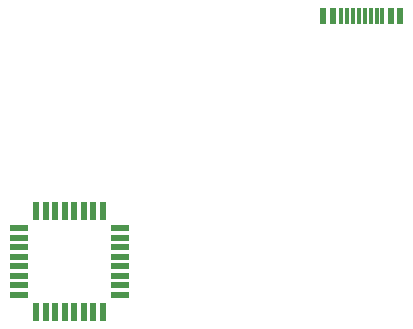
<source format=gtp>
G04 #@! TF.GenerationSoftware,KiCad,Pcbnew,(6.0.8)*
G04 #@! TF.CreationDate,2023-03-12T22:57:18+11:00*
G04 #@! TF.ProjectId,test_microcontroller,74657374-5f6d-4696-9372-6f636f6e7472,rev?*
G04 #@! TF.SameCoordinates,Original*
G04 #@! TF.FileFunction,Paste,Top*
G04 #@! TF.FilePolarity,Positive*
%FSLAX46Y46*%
G04 Gerber Fmt 4.6, Leading zero omitted, Abs format (unit mm)*
G04 Created by KiCad (PCBNEW (6.0.8)) date 2023-03-12 22:57:18*
%MOMM*%
%LPD*%
G01*
G04 APERTURE LIST*
%ADD10R,0.600000X1.450000*%
%ADD11R,0.300000X1.450000*%
%ADD12R,1.600000X0.550000*%
%ADD13R,0.550000X1.600000*%
G04 APERTURE END LIST*
D10*
X82250000Y-27255000D03*
X81450000Y-27255000D03*
D11*
X80250000Y-27255000D03*
X79250000Y-27255000D03*
X78750000Y-27255000D03*
X77750000Y-27255000D03*
D10*
X76550000Y-27255000D03*
X75750000Y-27255000D03*
X75750000Y-27255000D03*
X76550000Y-27255000D03*
D11*
X77250000Y-27255000D03*
X78250000Y-27255000D03*
X79750000Y-27255000D03*
X80750000Y-27255000D03*
D10*
X81450000Y-27255000D03*
X82250000Y-27255000D03*
D12*
X50000000Y-45200000D03*
X50000000Y-46000000D03*
X50000000Y-46800000D03*
X50000000Y-47600000D03*
X50000000Y-48400000D03*
X50000000Y-49200000D03*
X50000000Y-50000000D03*
X50000000Y-50800000D03*
D13*
X51450000Y-52250000D03*
X52250000Y-52250000D03*
X53050000Y-52250000D03*
X53850000Y-52250000D03*
X54650000Y-52250000D03*
X55450000Y-52250000D03*
X56250000Y-52250000D03*
X57050000Y-52250000D03*
D12*
X58500000Y-50800000D03*
X58500000Y-50000000D03*
X58500000Y-49200000D03*
X58500000Y-48400000D03*
X58500000Y-47600000D03*
X58500000Y-46800000D03*
X58500000Y-46000000D03*
X58500000Y-45200000D03*
D13*
X57050000Y-43750000D03*
X56250000Y-43750000D03*
X55450000Y-43750000D03*
X54650000Y-43750000D03*
X53850000Y-43750000D03*
X53050000Y-43750000D03*
X52250000Y-43750000D03*
X51450000Y-43750000D03*
M02*

</source>
